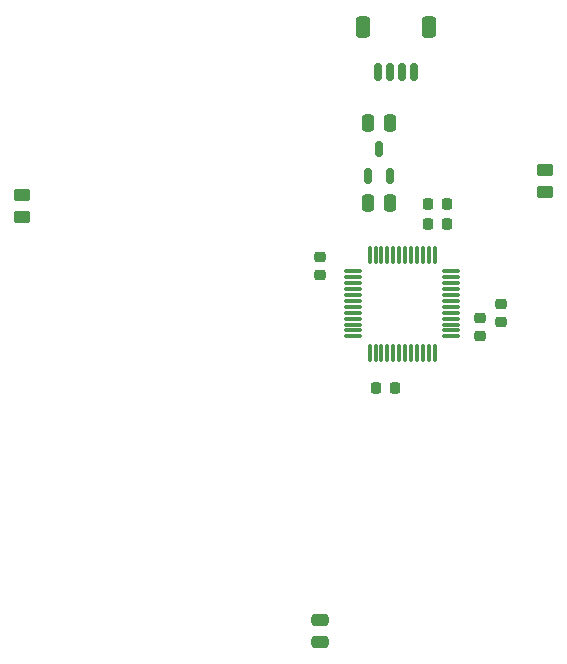
<source format=gbr>
%TF.GenerationSoftware,KiCad,Pcbnew,8.0.2*%
%TF.CreationDate,2025-12-13T15:13:10-08:00*%
%TF.ProjectId,mx-unsaver-numpad,6d782d75-6e73-4617-9665-722d6e756d70,rev?*%
%TF.SameCoordinates,Original*%
%TF.FileFunction,Paste,Bot*%
%TF.FilePolarity,Positive*%
%FSLAX46Y46*%
G04 Gerber Fmt 4.6, Leading zero omitted, Abs format (unit mm)*
G04 Created by KiCad (PCBNEW 8.0.2) date 2025-12-13 15:13:10*
%MOMM*%
%LPD*%
G01*
G04 APERTURE LIST*
G04 Aperture macros list*
%AMRoundRect*
0 Rectangle with rounded corners*
0 $1 Rounding radius*
0 $2 $3 $4 $5 $6 $7 $8 $9 X,Y pos of 4 corners*
0 Add a 4 corners polygon primitive as box body*
4,1,4,$2,$3,$4,$5,$6,$7,$8,$9,$2,$3,0*
0 Add four circle primitives for the rounded corners*
1,1,$1+$1,$2,$3*
1,1,$1+$1,$4,$5*
1,1,$1+$1,$6,$7*
1,1,$1+$1,$8,$9*
0 Add four rect primitives between the rounded corners*
20,1,$1+$1,$2,$3,$4,$5,0*
20,1,$1+$1,$4,$5,$6,$7,0*
20,1,$1+$1,$6,$7,$8,$9,0*
20,1,$1+$1,$8,$9,$2,$3,0*%
G04 Aperture macros list end*
%ADD10RoundRect,0.250000X0.450000X-0.262500X0.450000X0.262500X-0.450000X0.262500X-0.450000X-0.262500X0*%
%ADD11RoundRect,0.250000X-0.250000X-0.475000X0.250000X-0.475000X0.250000X0.475000X-0.250000X0.475000X0*%
%ADD12RoundRect,0.225000X0.225000X0.250000X-0.225000X0.250000X-0.225000X-0.250000X0.225000X-0.250000X0*%
%ADD13RoundRect,0.250000X-0.475000X0.250000X-0.475000X-0.250000X0.475000X-0.250000X0.475000X0.250000X0*%
%ADD14RoundRect,0.225000X0.250000X-0.225000X0.250000X0.225000X-0.250000X0.225000X-0.250000X-0.225000X0*%
%ADD15RoundRect,0.225000X-0.225000X-0.250000X0.225000X-0.250000X0.225000X0.250000X-0.225000X0.250000X0*%
%ADD16RoundRect,0.150000X0.150000X-0.512500X0.150000X0.512500X-0.150000X0.512500X-0.150000X-0.512500X0*%
%ADD17RoundRect,0.075000X0.075000X-0.662500X0.075000X0.662500X-0.075000X0.662500X-0.075000X-0.662500X0*%
%ADD18RoundRect,0.075000X0.662500X-0.075000X0.662500X0.075000X-0.662500X0.075000X-0.662500X-0.075000X0*%
%ADD19RoundRect,0.150000X-0.150000X-0.625000X0.150000X-0.625000X0.150000X0.625000X-0.150000X0.625000X0*%
%ADD20RoundRect,0.250000X-0.350000X-0.650000X0.350000X-0.650000X0.350000X0.650000X-0.350000X0.650000X0*%
%ADD21RoundRect,0.225000X-0.250000X0.225000X-0.250000X-0.225000X0.250000X-0.225000X0.250000X0.225000X0*%
G04 APERTURE END LIST*
D10*
%TO.C,R1*%
X41200000Y-912500D03*
X41200000Y912500D03*
%TD*%
D11*
%TO.C,C9*%
X26190000Y-1856250D03*
X28090000Y-1856250D03*
%TD*%
D12*
%TO.C,C1*%
X32866945Y-3633872D03*
X31316945Y-3633872D03*
%TD*%
D10*
%TO.C,R2*%
X-3100000Y-3012500D03*
X-3100000Y-1187500D03*
%TD*%
D13*
%TO.C,C3*%
X22150000Y-37150000D03*
X22150000Y-39050000D03*
%TD*%
D12*
%TO.C,C4*%
X32866945Y-1936815D03*
X31316945Y-1936815D03*
%TD*%
D14*
%TO.C,C2*%
X35698190Y-13106285D03*
X35698190Y-11556285D03*
%TD*%
D15*
%TO.C,C7*%
X26915000Y-17480000D03*
X28465000Y-17480000D03*
%TD*%
D16*
%TO.C,U2*%
X28090000Y406250D03*
X26190000Y406250D03*
X27140000Y2681250D03*
%TD*%
D17*
%TO.C,U1*%
X31850000Y-14562500D03*
X31350000Y-14562500D03*
X30850000Y-14562500D03*
X30350000Y-14562500D03*
X29850000Y-14562500D03*
X29350000Y-14562500D03*
X28850000Y-14562500D03*
X28350000Y-14562500D03*
X27850000Y-14562500D03*
X27350000Y-14562500D03*
X26850000Y-14562500D03*
X26350000Y-14562500D03*
D18*
X24937500Y-13150000D03*
X24937500Y-12650000D03*
X24937500Y-12150000D03*
X24937500Y-11650000D03*
X24937500Y-11150000D03*
X24937500Y-10650000D03*
X24937500Y-10150000D03*
X24937500Y-9650000D03*
X24937500Y-9150000D03*
X24937500Y-8650000D03*
X24937500Y-8150000D03*
X24937500Y-7650000D03*
D17*
X26350000Y-6237500D03*
X26850000Y-6237500D03*
X27350000Y-6237500D03*
X27850000Y-6237500D03*
X28350000Y-6237500D03*
X28850000Y-6237500D03*
X29350000Y-6237500D03*
X29850000Y-6237500D03*
X30350000Y-6237500D03*
X30850000Y-6237500D03*
X31350000Y-6237500D03*
X31850000Y-6237500D03*
D18*
X33262500Y-7650000D03*
X33262500Y-8150000D03*
X33262500Y-8650000D03*
X33262500Y-9150000D03*
X33262500Y-9650000D03*
X33262500Y-10150000D03*
X33262500Y-10650000D03*
X33262500Y-11150000D03*
X33262500Y-11650000D03*
X33262500Y-12150000D03*
X33262500Y-12650000D03*
X33262500Y-13150000D03*
%TD*%
D11*
%TO.C,C8*%
X26190000Y4943750D03*
X28090000Y4943750D03*
%TD*%
D14*
%TO.C,C6*%
X37465957Y-11945000D03*
X37465957Y-10395000D03*
%TD*%
D19*
%TO.C,J5*%
X27075000Y9200000D03*
X28075000Y9200000D03*
X29075000Y9200000D03*
X30075000Y9200000D03*
D20*
X25775000Y13075000D03*
X31375000Y13075000D03*
%TD*%
D21*
%TO.C,C5*%
X22180000Y-6415000D03*
X22180000Y-7965000D03*
%TD*%
M02*

</source>
